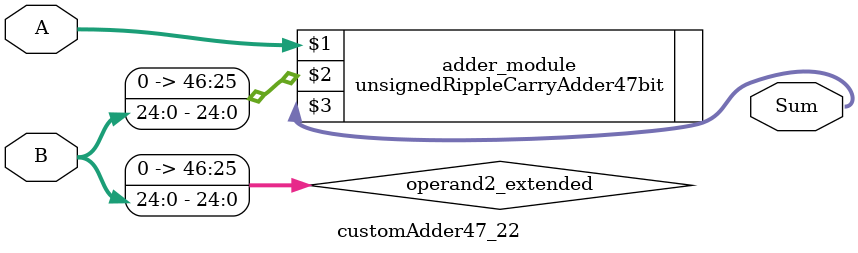
<source format=v>
module customAdder47_22(
                        input [46 : 0] A,
                        input [24 : 0] B,
                        
                        output [47 : 0] Sum
                );

        wire [46 : 0] operand2_extended;
        
        assign operand2_extended =  {22'b0, B};
        
        unsignedRippleCarryAdder47bit adder_module(
            A,
            operand2_extended,
            Sum
        );
        
        endmodule
        
</source>
